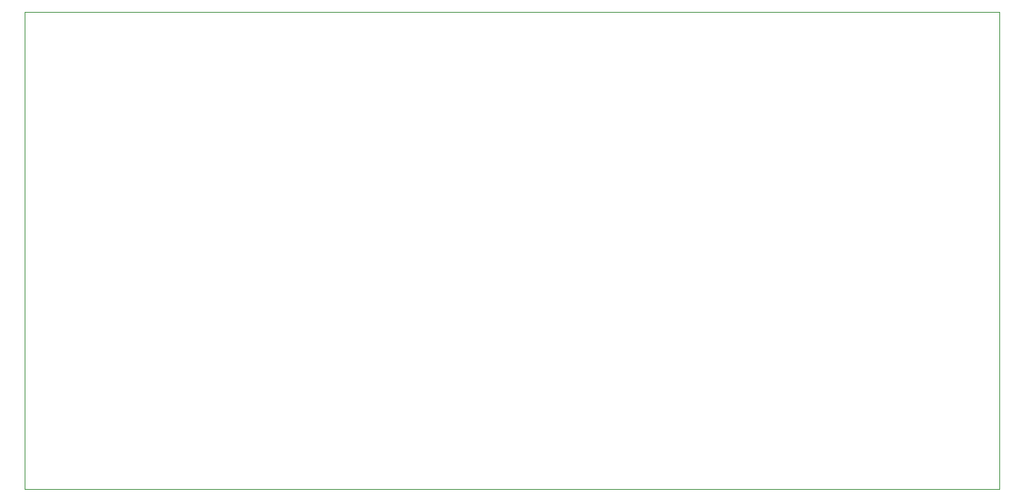
<source format=gbr>
G04 #@! TF.GenerationSoftware,KiCad,Pcbnew,(5.1.2-1)-1*
G04 #@! TF.CreationDate,2021-12-13T02:53:48-05:00*
G04 #@! TF.ProjectId,Gated Comparator - Serge,47617465-6420-4436-9f6d-70617261746f,rev?*
G04 #@! TF.SameCoordinates,Original*
G04 #@! TF.FileFunction,Profile,NP*
%FSLAX46Y46*%
G04 Gerber Fmt 4.6, Leading zero omitted, Abs format (unit mm)*
G04 Created by KiCad (PCBNEW (5.1.2-1)-1) date 2021-12-13 02:53:48*
%MOMM*%
%LPD*%
G04 APERTURE LIST*
%ADD10C,0.050000*%
G04 APERTURE END LIST*
D10*
X14986000Y-12192000D02*
X125476000Y-12192000D01*
X14986000Y-66294000D02*
X14986000Y-12192000D01*
X125476000Y-66294000D02*
X125476000Y-12192000D01*
X14986000Y-66294000D02*
X125476000Y-66294000D01*
M02*

</source>
